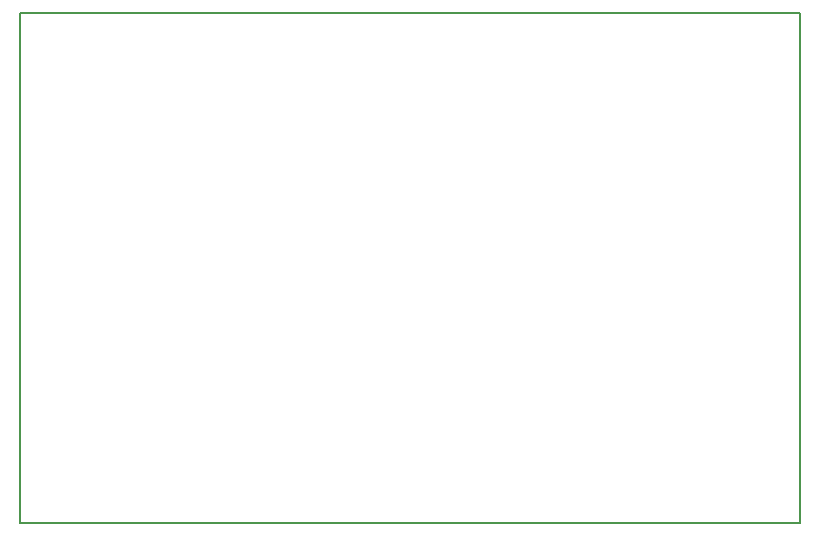
<source format=gm1>
G04 #@! TF.FileFunction,Profile,NP*
%FSLAX46Y46*%
G04 Gerber Fmt 4.6, Leading zero omitted, Abs format (unit mm)*
G04 Created by KiCad (PCBNEW 4.0.2-stable) date Wednesday, June 01, 2016 'PMt' 05:28:17 PM*
%MOMM*%
G01*
G04 APERTURE LIST*
%ADD10C,0.100000*%
%ADD11C,0.150000*%
G04 APERTURE END LIST*
D10*
D11*
X116840000Y-109220000D02*
X116840000Y-66040000D01*
X182880000Y-109220000D02*
X116840000Y-109220000D01*
X182880000Y-66040000D02*
X182880000Y-109220000D01*
X116840000Y-66040000D02*
X182880000Y-66040000D01*
M02*

</source>
